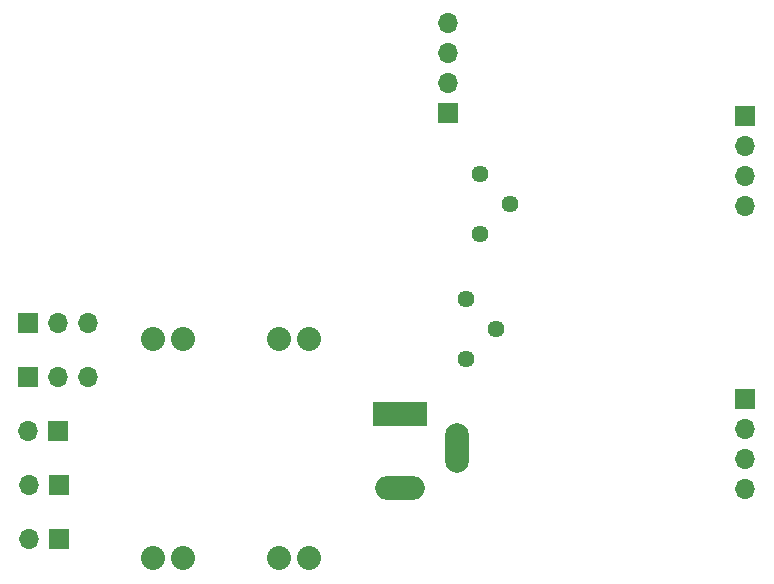
<source format=gbr>
%TF.GenerationSoftware,KiCad,Pcbnew,7.0.1*%
%TF.CreationDate,2023-05-08T21:24:27+02:00*%
%TF.ProjectId,PCB_evenwicht,5043425f-6576-4656-9e77-696368742e6b,rev?*%
%TF.SameCoordinates,Original*%
%TF.FileFunction,Soldermask,Bot*%
%TF.FilePolarity,Negative*%
%FSLAX46Y46*%
G04 Gerber Fmt 4.6, Leading zero omitted, Abs format (unit mm)*
G04 Created by KiCad (PCBNEW 7.0.1) date 2023-05-08 21:24:27*
%MOMM*%
%LPD*%
G01*
G04 APERTURE LIST*
%ADD10R,1.700000X1.700000*%
%ADD11O,1.700000X1.700000*%
%ADD12C,2.032000*%
%ADD13C,1.440000*%
%ADD14R,4.600000X2.000000*%
%ADD15O,4.200000X2.000000*%
%ADD16O,2.000000X4.200000*%
G04 APERTURE END LIST*
D10*
%TO.C,J8*%
X107696000Y-80264000D03*
D11*
X110236000Y-80264000D03*
X112776000Y-80264000D03*
%TD*%
D12*
%TO.C,U3*%
X131470400Y-81584800D03*
X128930400Y-81584800D03*
X120802400Y-81584800D03*
X118262400Y-81584800D03*
X118262400Y-100126800D03*
X120802400Y-100126800D03*
X128930400Y-100126800D03*
X131470400Y-100126800D03*
%TD*%
D10*
%TO.C,J4*%
X168402000Y-62738000D03*
D11*
X168402000Y-65278000D03*
X168402000Y-67818000D03*
X168402000Y-70358000D03*
%TD*%
D10*
%TO.C,J2*%
X143256000Y-62484000D03*
D11*
X143256000Y-59944000D03*
X143256000Y-57404000D03*
X143256000Y-54864000D03*
%TD*%
D13*
%TO.C,RV2*%
X144780000Y-83261200D03*
X147320000Y-80721200D03*
X144780000Y-78181200D03*
%TD*%
%TO.C,RV1*%
X145948400Y-72694800D03*
X148488400Y-70154800D03*
X145948400Y-67614800D03*
%TD*%
D10*
%TO.C,J7*%
X110236000Y-89408000D03*
D11*
X107696000Y-89408000D03*
%TD*%
D10*
%TO.C,J3*%
X110241000Y-93980000D03*
D11*
X107701000Y-93980000D03*
%TD*%
D10*
%TO.C,J6*%
X168402000Y-86624000D03*
D11*
X168402000Y-89164000D03*
X168402000Y-91704000D03*
X168402000Y-94244000D03*
%TD*%
D10*
%TO.C,J9*%
X110241000Y-98552000D03*
D11*
X107701000Y-98552000D03*
%TD*%
D10*
%TO.C,J5*%
X107696000Y-84836000D03*
D11*
X110236000Y-84836000D03*
X112776000Y-84836000D03*
%TD*%
D14*
%TO.C,J1*%
X139192000Y-87934000D03*
D15*
X139192000Y-94234000D03*
D16*
X143992000Y-90834000D03*
%TD*%
M02*

</source>
